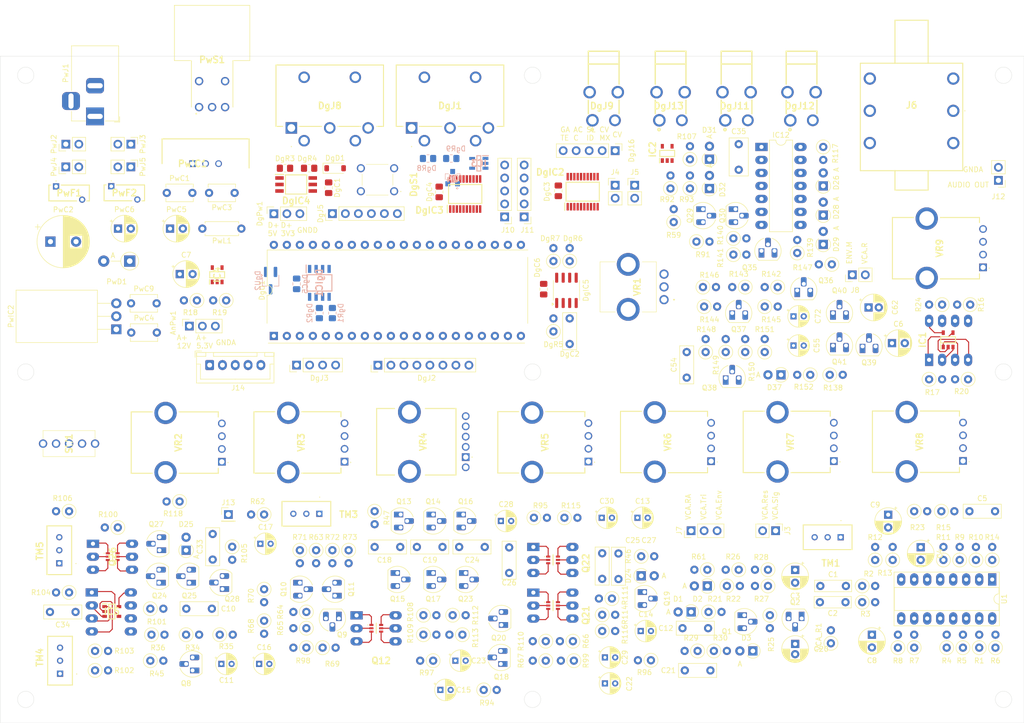
<source format=kicad_pcb>
(kicad_pcb (version 20240108) (generator "pcbnew") (generator_version "8.0")
  (layers (0 "F.Cu" signal) (31 "B.Cu" signal) (34 "B.Paste" user) (35 "F.Paste" user) (36 "B.SilkS" user "B.Silkscreen") (37 "F.SilkS" user "F.Silkscreen") (38 "B.Mask" user) (39 "F.Mask" user) (44 "Edge.Cuts" user))
  (net 0 "")
  (net 1 "GNDA")
  (net 2 "A+12V")
  (net 3 "A+5.333V")
  (net 4 "Net-(C1-Pad2)")
  (net 5 "A+VCA_Signal")
  (net 6 "Net-(C2-Pad2)")
  (net 7 "A+VCA_Resonance")
  (net 8 "Net-(C3-Pad1)")
  (net 9 "Net-(C4-Pad2)")
  (net 10 "VCA_OUT")
  (net 11 "Net-(IC1-+INPUT)")
  (net 12 "Net-(VR9-CCW)")
  (net 13 "Net-(C6-Pad1)")
  (net 14 "Net-(IC4-+INPUT)")
  (net 15 "Net-(C8-Pad1)")
  (net 16 "OVD_OUT")
  (net 17 "Net-(TM1-WIPER)")
  (net 18 "Net-(C10-Pad1)")
  (net 19 "A+VCO_SAW")
  (net 20 "Net-(Q8-E)")
  (net 21 "Net-(Q1-B)")
  (net 22 "Net-(VR4-CW_2)")
  (net 23 "Net-(Q19-E)")
  (net 24 "Net-(C15-Pad1)")
  (net 25 "Net-(C16-Pad1)")
  (net 26 "Net-(Q12-B1)")
  (net 27 "Net-(C17-Pad1)")
  (net 28 "Net-(Q12-C1)")
  (net 29 "Net-(Q12-C2)")
  (net 30 "Net-(Q13-B)")
  (net 31 "Net-(Q15-B)")
  (net 32 "Net-(Q2-B)")
  (net 33 "Net-(C21-Pad2)")
  (net 34 "Net-(C22-Pad1)")
  (net 35 "Net-(C23-Pad1)")
  (net 36 "Net-(Q18-E)")
  (net 37 "Net-(Q14-B)")
  (net 38 "Net-(Q17-B)")
  (net 39 "Net-(Q16-B)")
  (net 40 "Net-(Q21-B2)")
  (net 41 "Net-(Q22-E2)")
  (net 42 "Net-(Q21-B1)")
  (net 43 "Net-(Q19-C)")
  (net 44 "Net-(C29-Pad1)")
  (net 45 "Net-(Q22-B1)")
  (net 46 "Net-(Q25-E)")
  (net 47 "Net-(IC5-OUTPUT)")
  (net 48 "Net-(IC5--INPUT)")
  (net 49 "Net-(C35-Pad1)")
  (net 50 "A+ENV_Trig")
  (net 51 "Net-(C54-Pad1)")
  (net 52 "Net-(Q38-E)")
  (net 53 "Net-(Q41-B)")
  (net 54 "Net-(Q36-B)")
  (net 55 "A+VCA_Env")
  (net 56 "Net-(D1-K)")
  (net 57 "A+VCA_Trig")
  (net 58 "Net-(D2-K)")
  (net 59 "Net-(D3-K)")
  (net 60 "Net-(D3-A)")
  (net 61 "Net-(D24-K)")
  (net 62 "A+VCA-Reso_ACC")
  (net 63 "Net-(D25-K)")
  (net 64 "Net-(D25-A)")
  (net 65 "Net-(D26-A)")
  (net 66 "Net-(D28-K)")
  (net 67 "Net-(D28-A)")
  (net 68 "A+VCO_CV")
  (net 69 "Net-(D37-K)")
  (net 70 "GNDD")
  (net 71 "D+5V")
  (net 72 "Net-(DgIC5A-+)")
  (net 73 "D+3.3V")
  (net 74 "Net-(DgD1-A)")
  (net 75 "Net-(DgD1-K)")
  (net 78 "D_I2C_SCL")
  (net 80 "D_I2C_SDA")
  (net 81 "Net-(DgIC2-A7)")
  (net 82 "A+SyncOut")
  (net 83 "D+SyncOut")
  (net 84 "D+SyncOut_Run{slash}Stop")
  (net 85 "D-ACC")
  (net 86 "Net-(DgIC2-Y7)")
  (net 87 "A+GATE")
  (net 88 "D+SLIDE")
  (net 89 "A+SLIDE")
  (net 90 "Net-(DgIC2-A8)")
  (net 91 "A-ACC")
  (net 92 "A+SyncOut_Run{slash}Stop")
  (net 93 "D+GATE")
  (net 94 "Net-(DgIC2-Y8)")
  (net 95 "Net-(DgIC3-Y8)")
  (net 96 "D+SyncIn_Run{slash}Stop")
  (net 97 "Net-(DgIC3-A5)")
  (net 98 "Net-(DgIC3-A6)")
  (net 99 "D+3.3V_MIDIRX")
  (net 100 "Net-(DgIC3-A7)")
  (net 101 "D+5V_SyncIn")
  (net 102 "D+5V_MIDIRx")
  (net 103 "Net-(DgIC3-Y7)")
  (net 104 "Net-(DgIC3-A4)")
  (net 105 "Net-(DgIC3-Y6)")
  (net 106 "D+5V_SyncIn_Run{slash}Stop")
  (net 107 "Net-(DgIC3-Y4)")
  (net 108 "Net-(DgIC3-Y5)")
  (net 109 "Net-(DgIC3-A8)")
  (net 110 "D+SyncIn")
  (net 112 "Net-(DgIC5B--)")
  (net 113 "A+CV")
  (net 114 "Net-(DgIC5A--)")
  (net 115 "Net-(DgJ3-Pin_3)")
  (net 116 "Net-(DgJ3-Pin_4)")
  (net 117 "D+5V_MIDITX")
  (net 118 "Net-(DgJ5-Pin_5)")
  (net 119 "Net-(DgJ5-Pin_4)")
  (net 120 "Net-(DgJ5-Pin_3)")
  (net 122 "Net-(DgJ8-Pad4)")
  (net 129 "D+CV_PWM")
  (net 130 "Net-(DgS1-N.O._1)")
  (net 131 "Net-(DgJ2-Pin_4)")
  (net 132 "Net-(DgJ2-Pin_1)")
  (net 133 "Net-(DgJ2-Pin_3)")
  (net 134 "Net-(DgJ2-Pin_8)")
  (net 135 "D+VBUS")
  (net 137 "A+TEMPO")
  (net 139 "Net-(DgJ2-Pin_7)")
  (net 140 "Net-(DgJ2-Pin_6)")
  (net 141 "D+VSYS")
  (net 142 "Net-(DgJ2-Pin_5)")
  (net 143 "Net-(DgJ2-Pin_2)")
  (net 144 "Net-(IC1--INPUT)")
  (net 145 "Net-(IC1-OUTPUT)")
  (net 147 "Net-(IC2--INPUT)")
  (net 151 "Net-(Q30-C)")
  (net 152 "A+ENV.MOD")
  (net 153 "Net-(Q29-C)")
  (net 154 "Net-(Q35-C)")
  (net 155 "Net-(VR7-CW)")
  (net 156 "Net-(VR6-CCW)")
  (net 157 "Net-(J12-Pin_1)")
  (net 160 "A+VCO_WAVE")
  (net 161 "D+15VPre")
  (net 162 "A+15V")
  (net 163 "Net-(PwIC1-VOUT)")
  (net 164 "A+15VPre")
  (net 165 "D+15V")
  (net 166 "ADAPTER GND")
  (net 167 "Net-(PwJ1-Pad1)")
  (net 168 "ADAPTER+15V")
  (net 172 "Net-(Q1-C)")
  (net 173 "Net-(Q1-E)")
  (net 174 "Net-(Q2-E)")
  (net 175 "Net-(Q8-B)")
  (net 176 "A+VCO_SQU")
  (net 177 "Net-(Q10-C)")
  (net 178 "Net-(Q9-B)")
  (net 179 "Net-(Q10-E)")
  (net 180 "Net-(Q10-B)")
  (net 181 "Net-(Q11-C)")
  (net 182 "Net-(Q12-B2)")
  (net 183 "Net-(Q12-E1)")
  (net 184 "Net-(Q18-B)")
  (net 185 "Net-(Q19-B)")
  (net 186 "Net-(Q20-C)")
  (net 187 "Net-(Q20-E)")
  (net 188 "Net-(Q20-B)")
  (net 189 "Net-(Q21-C1)")
  (net 190 "Net-(Q24-E)")
  (net 191 "Net-(Q25-C)")
  (net 192 "Net-(Q26-E1)")
  (net 193 "Net-(Q26-B2)")
  (net 194 "Net-(Q29-B)")
  (net 195 "Net-(Q30-B)")
  (net 196 "Net-(Q35-B)")
  (net 197 "Net-(Q36-E)")
  (net 198 "Net-(Q37-B)")
  (net 199 "Net-(Q38-B)")
  (net 200 "Net-(Q40-B)")
  (net 201 "Net-(U1A-+)")
  (net 202 "Net-(U1A--)")
  (net 203 "A+VCA_Control")
  (net 204 "Net-(R6-Pad2)")
  (net 205 "Net-(R7-Pad2)")
  (net 206 "Net-(U1C--)")
  (net 207 "Net-(U1C-+)")
  (net 208 "Net-(R12-Pad2)")
  (net 209 "Net-(TM1-CCW)")
  (net 210 "Net-(R14-Pad1)")
  (net 211 "VAOV_OUT")
  (net 212 "Net-(R26-Pad1)")
  (net 213 "Net-(VR4-CCW_2)")
  (net 214 "Net-(VR3-CCW)")
  (net 215 "Net-(VR5-CCW)")
  (net 216 "Net-(VR5-WIPER)")
  (net 217 "Net-(VR4-WIPER_2)")
  (net 218 "Net-(TM3-CCW)")
  (net 219 "Net-(TM4-WIPER)")
  (net 220 "Net-(TM5-CCW)")
  (net 221 "Net-(VR2-WIPER)")
  (net 222 "Net-(TM3-CW)")
  (net 234 "D+3.3V_MIDITX")
  (net 236 "Net-(DgJ1-Pad4)")
  (net 237 "Net-(DgJ1-Pad5)")
  (net 239 "Net-(Q4-C)")
  (net 241 "Net-(IC3-Y)")
  (footprint "Resistor_THT:R_Axial_DIN0207_L6.3mm_D2.5mm_P2.54mm_Vertical" (layer "F.Cu") (at 69.33 116.165 -90)
    (property "Reference" "R105")
    (property "Value" "10K")
  )
  (footprint "SamacSys_Parts:NJM2125F-SOT95&DIP8" (layer "F.Cu") (at 209.18 75.72 90)
    (property "Reference" "IC1")
    (property "Value" "NJM2125F-TE1_DIP8" (hide yes))
  )
  (footprint "SamacSys_Parts:MJ-8435" (layer "F.Cu") (at 154.97 21.805)
    (property "Reference" "DgJ13")
    (property "Value" "MJ-8435 SYNC OUT" (hide yes))
  )
  (footprint "Resistor_THT:R_Axial_DIN0207_L6.3mm_D2.5mm_P2.54mm_Vertical" (layer "F.Cu") (at 168.275 120.65 180)
    (property "Reference" "R26")
    (property "Value" "2.2K")
  )
  (footprint "Resistor_THT:R_Axial_DIN0207_L6.3mm_D2.5mm_P2.54mm_Vertical" (layer "F.Cu") (at 75.565 124.46 -90)
    (property "Reference" "R70")
    (property "Value" "2.2K")
  )
  (footprint "Resistor_THT:R_Axial_DIN0207_L6.3mm_D2.5mm_P2.54mm_Vertical" (layer "F.Cu") (at 53.34 138.43)
    (property "Reference" "R45")
    (property "Value" "22K")
  )
  (footprint "Package_DIP:DIP-16_W7.62mm_Socket_LongPads" (layer "F.Cu") (at 217.79 122.555 -90)
    (property "Reference" "U1")
    (property "Value" "LM13700")
  )
  (footprint "SamacSys_Parts:3296W1502A" (layer "F.Cu") (at 35.705 140.97)
    (property "Reference" "TM4")
    (property "Value" "50K" (hide yes))
  )
  (footprint "SamacSys_Parts:MJ-8435" (layer "F.Cu") (at 167.85 21.805)
    (property "Reference" "DgJ11")
    (property "Value" "MJ-8435 CV OUT" (hide yes))
  )
  (footprint "Diode_THT:D_A-405_P2.54mm_Vertical_AnodeUp" (layer "F.Cu") (at 176.53 82.55 180)
    (property "Reference" "D37")
    (property "Value" "D")
  )
  (footprint "SamacSys_Parts:3296W1502A" (layer "F.Cu") (at 35.56 119.38)
    (property "Reference" "TM5")
    (property "Value" "5K" (hide yes))
  )
  (footprint "Resistor_THT:R_Axial_DIN0207_L6.3mm_D2.5mm_P2.54mm_Vertical" (layer "F.Cu") (at 165.96 123.825)
    (property "Reference" "R22")
    (property "Value" "100")
  )
  (footprint "Resistor_THT:R_Axial_DIN0207_L6.3mm_D2.5mm_P2.54mm_Vertical" (layer "F.Cu") (at 167.23 55.88)
    (property "Reference" "R140")
    (property "Value" "100K")
  )
  (footprint "Resistor_THT:R_Axial_DIN0207_L6.3mm_D2.5mm_P2.54mm_Vertical" (layer "F.Cu") (at 92.075 116.84 -90)
    (property "Reference" "R73")
    (property "Value" "100K")
  )
  (footprint "SamacSys_Parts:RK09D117000B" (layer "F.Cu") (at 153.685 67.865 90)
    (property "Reference" "VR1")
    (property "Value" "RK09D117000B" (hide yes))
  )
  (footprint "Resistor_THT:R_Axial_DIN0207_L6.3mm_D2.5mm_P2.54mm_Vertical" (layer "F.Cu") (at 158.75 46.13 90)
    (property "Reference" "R93")
    (property "Value" "100K")
  )
  (footprint "Resistor_THT:R_Axial_DIN0207_L6.3mm_D2.5mm_P2.54mm_Vertical" (layer "F.Cu") (at 106.68 133.35)
    (property "Reference" "R109")
    (property "Value" "10K")
  )
  (footprint "Package_TO_SOT_THT:TO-92_HandSolder" (layer "F.Cu") (at 165.735 83.185)
    (property "Reference" "Q38")
    (property "Value" "PNP")
  )
  (footprint "Resistor_THT:R_Axial_DIN0207_L6.3mm_D2.5mm_P2.54mm_Vertical" (layer "F.Cu") (at 182.245 82.55 180)
    (property "Reference" "R152")
    (property "Value" "100")
  )
  (footprint "Capacitor_THT:CP_Radial_D4.0mm_P2.00mm" (layer "F.Cu") (at 112.935 138.43)
    (property "Reference" "C23")
    (property "Value" "1uF/50V")
  )
  (footprint "Capacitor_THT:C_Rect_L7.2mm_W2.5mm_P5.00mm_FKS2_FKP2_MKS2_MKP2" (layer "F.Cu") (at 141.605 117.435 -90)
    (property "Reference" "C25")
    (property "Value" "0.1uF")
  )
  (footprint "Resistor_THT:R_Axial_DIN0207_L6.3mm_D2.5mm_P2.54mm_Vertical" (layer "F.Cu") (at 83.82 128.905 180)
    (property "Reference" "R64")
    (property "Value" "10K")
  )
  (footprint "Resistor_THT:R_Axial_DIN0207_L6.3mm_D2.5mm_P2.54mm_Vertical" (layer "F.Cu") (at 66.9 133.35)
    (property "Reference" "R35")
    (property "Value" "100K")
  )
  (footprint "Capacitor_THT:C_Rect_L7.2mm_W2.5mm_P5.00mm_FKS2_FKP2_MKS2_MKP2" (layer "F.Cu") (at 38.735 128.905 180)
    (property "Reference" "C34")
    (property "Value" "0.001uF")
  )
  (footprint "Capacitor_THT:CP_Radial_D5.0mm_P2.00mm" (layer "F.Cu") (at 179.295 135.16 -90)
    (property "Reference" "C20")
    (property "Value" "1uF/50V")
  )
  (footprint "SamacSys_Parts:NJM2125F-SOT95&DIP8" (layer "F.Cu") (at 45.81 128.815)
    (property "Reference" "IC5")
    (property "Value" "NJM2125F-TE1_DIP8" (hide yes))
  )
  (footprint "Resistor_THT:R_Axial_DIN0207_L6.3mm_D2.5mm_P2.54mm_Vertical" (layer "F.Cu") (at 198.345 118.745 90)
    (property "Reference" "R13")
    (property "Value" "5K")
  )
  (footprint "Capacitor_THT:CP_Radial_D4.0mm_P2.00mm" (layer "F.Cu") (at 178.975 71.12)
    (property "Reference" "C72")
    (property "Value" "10uF/16V")
  )
  (footprint "Resistor_THT:R_Axial_DIN0207_L6.3mm_D2.5mm_P2.54mm_Vertical" (layer "F.Cu") (at 53.565 133.35)
    (property "Reference" "R36")
    (property "Value" "10K")
  )
  (footprint "Resistor_THT:R_Axial_DIN0207_L6.3mm_D2.5mm_P2.54mm_Vertical" (layer "F.Cu") (at 217.79 118.745 90)
    (property "Reference" "R14")
    (property "Value" "10K")
  )
  (footprint "Resistor_THT:R_Axial_DIN0207_L6.3mm_D2.5mm_P2.54mm_Vertical" (layer "F.Cu") (at 160.02 56.515)
    (property "Reference" "R91")
    (property "Value" "1M")
  )
  (footprint "Resistor_THT:R_Axial_DIN0207_L6.3mm_D2.5mm_P2.54mm_Vertical" (layer "F.Cu") (at 214.615 118.745 90)
    (property "Reference" "R10")
    (property "Value" "510")
  )
  (footprint "Capacitor_THT:C_Rect_L7.0mm_W2.5mm_P5.00mm" (layer "F.Cu") (at 135.255 76.53 90)
    (property "Reference" "DgC2")
    (property "Value" "0.047uF")
  )
  (footprint "Resistor_THT:R_Axial_DIN0207_L6.3mm_D2.5mm_P2.54mm_Vertical" (layer "F.Cu") (at 186.055 82.55)
    (property "Reference" "R138")
    (property "Value" "68K")
  )
  (footprint "SamacSys_Parts:SOT95P280X130-5N" (layer "F.Cu") (at 66.395 62.995 90)
    (property "Reference" "IC4")
    (property "Value" "NJM2125F-TE1" (hide yes))
  )
  (footprint "Connector_PinHeader_2.54mm:PinHeader_1x01_P2.54mm_Vertical" (layer "F.Cu") (at 68.58 109.855)
    (property "Reference" "J13")
    (property "Value" "Conn_01x01_Pin")
  )
  (footprint "Connector_PinHeader_2.54mm:PinHeader_1x02_P2.54mm_Vertical" (layer "F.Cu") (at 190.46 63 90)
    (property "Reference" "J8")
    (property "Value" "Conn_01x02_Pin")
  )
  (footprint "Package_TO_SOT_THT:TO-92_HandSolder" (layer "F.Cu") (at 82.55 123.19 -90)
    (property "Reference" "Q10")
    (property "Value" "PNP")
  )
  (footprint "Capacitor_THT:C_Rect_L7.2mm_W2.5mm_P5.00mm_FKS2_FKP2_MKS2_MKP2" (layer "F.Cu") (at 105.41 116.205)
    (property "Reference" "C19")
    (property "Value" "0.033uF")
  )
  (footprint "SamacSys_Parts:3296W1502A" (layer "F.Cu") (at 188.185 114.3 90)
    (property "Reference" "TM1")
    (property "Value" "10K" (hide yes))
  )
  (footprint "Resistor_THT:R_Axial_DIN0207_L6.3mm_D2.5mm_P2.54mm_Vertical" (layer "F.Cu") (at 42.545 136.525)
    (property "Reference" "R103")
    (property "Value" "220K")
  )
  (footprint "Resistor_THT:R_Axial_DIN0207_L6.3mm_D2.5mm_P2.54mm_Vertical" (layer "F.Cu") (at 199.375 135.89 90)
    (property "Reference" "R8")
    (property "Value" "5K")
  )
  (footprint "Package_TO_SOT_THT:TO-92_HandSolder" (layer "F.Cu") (at 114.935 121.285 -90)
    (property "Reference" "Q23")
    (property "Value" "NPN")
  )
  (footprint "SamacSys_Parts:2MS1T1B4VS2QES" (layer "F.Cu") (at 34.925 96 90)
    (property "Reference" "SW1")
    (property "Value" "2MS1T1B4VS2QES" (hide yes))
  )
  (footprint "Connector_PinHeader_2.54mm:PinHeader_1x02_P2.54mm_Vertical" (layer "F.Cu") (at 144.145 45.483)
    (property "Reference" "J4")
    (property "Value" "Conn_01x02")
  )
  (footprint "Capacitor_THT:C_Rect_L7.2mm_W2.5mm_P5.00mm_FKS2_FKP2_MKS2_MKP2" (layer "F.Cu") (at 123.432599 116.285 -90)
    (property "Reference" "C26")
    (property "Value" "0.033uF")
  )
  (footprint "Resistor_THT:R_Axial_DIN0207_L6.3mm_D2.5mm_P2.54mm_Vertical" (layer "F.Cu") (at 135.255 60.325 90)
    (property "Reference" "DgR6")
    (property "Value" "10K")
  )
  (footprint "Resistor_SMD:R_0805_2012Metric_Pad1.20x1.40mm_HandSolder" (layer "F.Cu") (at 84.36 42.17)
    (property "Reference" "DgR4")
    (property "Value" "220")
  )
  (footprint "Capacitor_THT:CP_Radial_D5.0mm_P2.50mm" (layer "F.Cu") (at 47.03 53.975)
    (property "Reference" "PwC6")
    (property "Value" "100uF/25V")
  )
  (footprint "Diode_THT:D_DO-41_SOD81_P5.08mm_Vertical_AnodeUp" (layer "F.Cu") (at 49.312183 60.325 180)
    (property "Reference" "PwD1")
    (property "Value" "SBM245L")
  )
  (footprint "Resistor_THT:R_Axial_DIN0207_L6.3mm_D2.5mm_P2.54mm_Vertical" (layer "F.Cu") (at 141.605 129.46)
    (property "Reference" "R114")
    (property "Value" "100K")
  )
  (footprint "Capacitor_THT:C_Disc_D5.1mm_W3.2mm_P5.00mm" (layer "F.Cu") (at 69.81 46.99 180)
    (property "Reference" "PwC3")
    (property "Value" "10uF")
  )
  (footprint "Capacitor_THT:C_Disc_D5.1mm_W3.2mm_P5.00mm" (layer "F.Cu") (at 49.57 68.58)
    (property "Reference" "PwC9")
    (property "Value" "0.1uF")
  )
  (footprint "Package_DIP:DIP-14_W7.62mm_LongPads" (layer "F.Cu") (at 172.72 38.005)
    (property "Reference" "IC12")
    (property "Value" "4066")
  )
  (footprint "Resistor_THT:R_Axial_DIN0207_L6.3mm_D2.5mm_P2.54mm_Vertical" (layer "F.Cu") (at 85.725 116.84 -90)
    (property "Reference" "R63")
    (property "Value" "220K")
  )
  (footprint "Connector_PinHeader_2.54mm:PinHeader_1x05_P2.54mm_Vertical" (layer "F.Cu") (at 126.365 51.695 180)
    (property "Reference" "J11")
    (property "Value" "Conn_01x05")
  )
  (footprint "SamacSys_Parts:HN1C01FUGRLF_SOT23&DIP8" (layer "F.Cu") (at 132.007599 127.65 -90)
    (property "Reference" "Q21")
    (property "Value" "HN1C01FU-GR,LF" (hide yes))
  )
  (footprint "Resistor_THT:R_Axial_DIN0207_L6.3mm_D2.5mm_P2.54mm_Vertical" (layer "F.Cu") (at 143.51 126.285 180)
    (property "Reference" "R111")
    (property "Value" "22K")
  )
  (footprint "Capacitor_SMD:C_0805_2012Metric_Pad1.18x1.45mm_HandSolder" (layer "F.Cu") (at 130.175 65.8075 -90)
    (property "Reference" "DgC6")
    (property "Value" "0.1uF")
  )
  (footprint "Package_TO_SOT_THT:TO-92_HandSolder" (layer "F.Cu") (at 167.64 50.165 -90)
    (property "Reference" "Q30")
    (property "Value" "NPN")
  )
  (footprint "Capacitor_THT:C_Rect_L7.0mm_W2.0mm_P5.00mm" (layer "F.Cu") (at 184.215 123.825)
    (property "Reference" "C1")
    (property "Value" "0.01uF")
  )
  (footprint "Resistor_THT:R_Axial_DIN0207_L6.3mm_D2.5mm_P2.54mm_Vertical" (layer "F.Cu") (at 174.36 129.54 -90)
    (property "Reference" "R25")
    (property "Value" "100")
  )
  (footprint "Diode_THT:D_A-405_P2.54mm_Vertical_AnodeUp" (layer "F.Cu") (at 162.15 123.825 180)
    (property "Reference" "D2")
    (property "Value" "D")
  )
  (footprint "Resistor_THT:R_Axial_DIN0207_L6.3mm_D2.5mm_P2.54mm_Vertical" (layer "F.Cu") (at 213.49 68.825 180)
    (property "Reference" "R16")
    (property "Value" "10K")
  )
  (footprint "Resistor_THT:R_Axial_DIN0207_L6.3mm_D2.5mm_P2.54mm_Vertical" (layer "F.Cu") (at 135.89 134.62 180)
    (property "Reference" "R66")
    (property "Value" "100K")
  )
  (footprint "Resistor_THT:R_Axial_DIN0207_L6.3mm_D2.5mm_P2.54mm_Vertical" (layer "F.Cu") (at 46.99 112.395 180)
    (property "Reference" "R100")
    (property "Value" "1K(TEMPCO)")
  )
  (footprint "Package_TO_SOT_THT:TO-92_HandSolder" (layer "F.Cu") (at 121.805 139.065 90)
    (property "Reference" "Q18")
    (property "Value" "NPN")
  )
  (footprint "Package_TO_SOT_THT:TO-92_HandSolder" (layer "F.Cu") (at 61.595 140.335 90)
    (property "Reference" "Q8")
    (property "Value" "PNP")
  )
  (footprint "Capacitor_THT:CP_Radial_D4.0mm_P2.00mm" (layer "F.Cu") (at 110 144.145)
    (property "Reference" "C15")
    (property "Value" "1uF/50V")
  )
  (footprint "Package_TO_SOT_THT:TO-92_HandSolder" (layer "F.Cu") (at 90.17 130.175 180)
    (property "Reference" "Q9")
    (property "Value" "PNP")
  )
  (footprint "Connector_PinHeader_2.54mm:PinHeader_1x02_P2.54mm_Vertical" (layer "F.Cu") (at 219 44.54 180)
    (property "Reference" "J12")
    (property "Value" "Conn_01x02")
  )
  (footprint "Capacitor_THT:CP_Radial_D4.0mm_P2.00mm" (layer "F.Cu") (at 141.51 110.49)
    (property "Reference" "C30")
    (property "Value" "10uF/16V")
  )
  (footprint "SamacSys_Parts:SOIC127P700X230-6N" (layer "F.Cu") (at 81.82 45.345)
    (property "Reference" "DgIC4")
    (property "Value" "TLP2304_TPR,E" (hide yes))
  )
  (footprint "Resistor_THT:R_Axial_DIN0207_L6.3mm_D2.5mm_P2.54mm_Vertical" (layer "F.Cu") (at 169.545 78.105 90)
    (property "Reference" "R150")
    (property "Value" "22")
  )
  (footprint "Diode_THT:D_A-405_P2.54mm_Vertical_AnodeUp" (layer "F.Cu") (at 184.785 51.34 90)
    (property "Reference" "D28")
    (property "Value" "D")
  )
  (footprint "Resistor_THT:R_Axial_DIN0207_L6.3mm_D2.5mm_P2.54mm_Vertical" (layer "F.Cu") (at 83.82 135.89 180)
    (property "Reference" "R98")
    (property "Value" "2.2K")
  )
  (footprint "Capacitor_THT:C_Rect_L7.2mm_W2.5mm_P5.00mm_FKS2_FKP2_MKS2_MKP2" (layer "F.Cu") (at 158.115 83.105 90)
    (property "Reference" "C54")
    (property "Value" "0.047uF")
  )
  (footprint "Connector_JST:JST_XH_B5B-XH-A_1x05_P2.50mm_Vertical" (layer "F.Cu") (at 64.93 80.645)
    (property "Reference" "J14")
    (property "Value" "Conn_01x05")
  )
  (footprint "Connector_PinHeader_2.54mm:PinHeader_1x02_P2.54mm_Vertical" (layer "F.Cu") (at 147.955 45.483)
    (property "Reference" "J5")
    (property "Value" "Conn_01x02")
  )
  (footprint "SamacSys_Parts:MJ-8435" (layer "F.Cu") (at 141.9 21.805)
    (property "Reference" "DgJ9")
    (property "Value" "MJ-8435 SYNC IN" (hide yes))
  )
  (footprint "Connector_PinHeader_2.54mm:PinHeader_1x02_P2.54mm_Vertical" (layer "F.Cu") (at 36.83 37.465 90)
    (property "Reference" "PwJ2")
    (property "Value" "Conn_01x02_Pin")
  )
  (footprint "Capacitor_THT:C_Rect_L7.2mm_W2.5mm_P5.00mm_FKS2_FKP2_MKS2_MKP2" (layer "F.Cu") (at 65.52 118.665 90)
    (property "Reference" "C33")
    (property "Value" "0.01uF")
  )
  (footprint "Capacitor_THT:CP_Radial_D4.0mm_P2.00mm" (layer "F.Cu") (at 149.13 132.635)
    (property "Reference" "C14")
    (property "Value" "1uF/50V")
  )
  (footprint "Capacitor_THT:CP_Radial_D5.0mm_P2.50mm" (layer "F.Cu") (at 59.095 62.865)
    (property "Reference" "C7")
    (property "Value" "2.2uF/25V")
  )
  (footprint "Resistor_THT:R_Axial_DIN0207_L6.3mm_D2.5mm_P2.54mm_Vertical" (layer "F.Cu") (at 154.94 46.13 90)
    (property "Reference" "R92")
    (property "Value" "100K")
  )
  (footprint "Resistor_THT:R_Axial_DIN0207_L6.3mm_D2.5mm_P2.54mm_Vertical" (layer "F.Cu") (at 218.425 135.89 90)
    (property "Reference" "R6")
    (property "Value" "47K")
  )
  (footprint "Connector_PinHeader_2.54mm:PinHeader_1x02_P2.54mm_Vertical" (layer "F.Cu") (at 49.53 37.465 -90)
    (property "Reference" "PwJ3")
    (property "Value" "Conn_01x02_Pin")
  )
  (footprint "Resistor_THT:R_Axial_DIN0207_L6.3mm_D2.5mm_P2.54mm_Vertical" (layer "F.Cu") (at 136.075 138.43 180)
    (property "Reference" "R99")
    (property "Value" "100K")
  )
  (footprint "SamacSys_Parts:SOP65P640X120-20N" (layer "F.Cu") (at 114.845 47.205 90)
    (property "Reference" "DgIC3")
    (property "Value" "74VHC541FT" (hide yes))
  )
  (footprint "Capacitor_THT:CP_Radial_D5.0mm_P2.50mm" (layer "F.Cu") (at 197.47 109.895 -90)
    (property "Reference" "C9")
    (property "Value" "1uF/25V")
  )
  (footprint "Resistor_THT:R_Axial_DIN0207_L6.3mm_D2.5mm_P2.54mm_Vertical" (layer "F.Cu") (at 114.3 133.35 180)
    (property "Reference" "R113")
    (property "Value" "100K")
  )
  (footprint "Resistor_THT:R_Axial_DIN0207_L6.3mm_D2.5mm_P2.54mm_Vertical" (layer "F.Cu") (at 155.575 52.705 90)
    (property "Reference" "R59")
    (property "Value" "100K")
  )
  (footprint "SamacSys_Parts:HN1C01FUGRLF_SOT23&DIP8" (layer "F.Cu") (at 97.475 132.095 -90)
    (property "Reference" "Q12")
    (property "Value" "HN1C01FU-GR,LF" (hide yes))
  )
  (footprint "Resistor_THT:R_Axial_DIN0207_L6.3mm_D2.5mm_P2.54mm_Vertical" (layer "F.Cu") (at 173.99 120.65 180)
    (property "Reference" "R28")
    (property "Value" "220K")
  )
  (footprint "Capacitor_THT:CP_Radial_D5.0mm_P2.50mm" (layer "F.Cu") (at 179.295 120.69 -90)
    (property "Reference" "C3")
    (property "Value" "10uF/25V")
  )
  (footprint "Resistor_THT:R_Axial_DIN0207_L6.3mm_D2.5mm_P2.54mm_Vertical" (layer "F.Cu") (at 60.325 133.35)
    (property "Reference" "R34")
    (property "Value" "10K")
  )
  (footprint "SamacSys_Parts:MFR050" (layer "F.Cu") (at 34.925 45.72)
    (property "Reference" "PwF1")
    (property "Value" "MF-R050" (hide yes))
  )
  (footprint "Package_TO_SOT_THT:TO-92_HandSolder" (layer "F.Cu") (at 55.055 123.19 90)
    (property "Reference" "Q24")
    (property "Value" "NPN")
  )
  (footprint "Diode_THT:D_A-405_P2.54mm_Vertical_AnodeUp" (layer "F.Cu") (at 184.785 45.625 90)
    (property "Reference" "D26")
    (property "Value" "D")
  )
  (footprint "Resistor_THT:R_Axial_DIN0207_L6.3mm_D2.5mm_P2.54mm_Vertical" (layer "F.Cu") (at 179.705 58.735 90)
    (property "Reference" "R139")
    (property "Value" "100K")
  )
  (footprint "Connector_PinSocket_2.54mm:PinSocket_1x03_P2.54mm_Vertical" (layer "F.Cu") (at 60.96 73.025 90)
    (property "Reference" "AnPw1")
    (property "Value" "AnPw")
  )
  (footprint "Diode_THT:D_A-405_P2.54mm_Vertical_AnodeUp" (layer "F.Cu") (at 158.975 128.905 180)
    (property "Reference" "D1")
    (property "Value" "D")
  )
  (footprint "Resistor_THT:R_Axial_DIN0207_L6.3mm_D2.5mm_P2.54mm_Vertical" (layer "F.Cu") (at 175.895 65.405 180)
    (property "Reference" "R142")
    (property "Value" "10K")
  )
  (footprint "SamacSys_Parts:KDJ035" (layer "F.Cu") (at 104.38 34.29)
    (property "Reference" "DgJ1")
    (property "Value" "KDJ03-5 MIDIOUT" (hide yes))
  )
  (footprint "Capacitor_THT:CP_Radial_D5.0mm_P2.50mm" (layer "F.Cu") (at 194.295 133.35 -90)
    (property "Reference" "C8")
    (property "Value" "1uF/25V")
  )
  (footprint "Capacitor_THT:CP_Radial_D4.0mm_P2.00mm" (layer "F.Cu") (at 142.145 137.795)
    (property "Reference" "C29")
    (property "Value" "1uF/50V")
  )
  (footprint "Capacitor_THT:CP_Radial_D5.0mm_P2.50mm" (layer "F.Cu") (at 203.82 116.245 -90)
    (property "Reference" "C4")
    (property "Value" "10uF/25V")
  )
  (footprint "Package_TO_SOT_THT:TO-92_HandSolder" (layer "F.Cu") (at 172.72 58.325)
    (property "Reference" "Q35")
    (property "Value" "NPN")
  )
  (footprint "Resistor_THT:R_Axial_DIN0207_L6.3mm_D2.5mm_P2.54mm_Vertical" (layer "F.Cu") (at 86.995 135.89)
    (property "Reference" "R69")
    (property "Value" "2.2K")
  )
  (footprint "Package_TO_SOT_THT:TO-92_HandSolder" (layer "F.Cu") (at 108.585 109.855 -90)
    (property "Reference" "Q14")
    (property "Value" "NPN")
  )
  (footprint "Capacitor_THT:CP_Radial_D4.0mm_P2.00mm" (layer "F.Cu") (at 148.495 110.49)
    (property "Reference" "C13")
    (property "Value" "1uF/50V")
  )
  (footprint "SamacSys_Parts:4MS1R202M6QES" (layer "F.Cu") (at 62.865 30.225 180)
    (property "Reference" "PwS1")
    (property "Value" "4MS1R202M6QES" (hide yes))
  )
  (footprint "Package_TO_SOT_THT:TO-92_HandSolder" (layer "F.Cu") (at 67.425 124.42 90)
    (property "Reference" "Q28")
    (property "Value" "NJFET")
  )
  (footprint "Resistor_THT:R_Axial_DIN0207_L6.3mm_D2.5mm_P2.54mm_Vertical" (layer "F.Cu") (at 149.225 118.03)
    (property "Reference" "R46")
    (property "Value" "47K")
  )
  (footprint "Resistor_THT:R_Axial_DIN0207_L6.3mm_D2.5mm_P2.54mm_Vertical" (layer "F.Cu") (at 205.46 83.43)
    (property "Reference" "R17")
    (property "Value" "100")
  )
  (footprint "Diode_THT:D_A-405_P2.54mm_Vertical_AnodeUp" (layer "F.Cu") (at 184.785 57.055 90)
    (property "Reference" "D29")
    (property "Value" "D")
  )
  (footprint "Resistor_THT:R_Axial_DIN0207_L6.3mm_D2.5mm_P2.54mm_Vertical" (layer "F.Cu") (at 184.785 38.005 -90)
    (property "Reference" "R117")
    (property "Value" "22K")
  )
  (footprint "Connector_PinHeader_2.54mm:PinHeader_1x05_P2.54mm_Vertical" (layer "F.Cu") (at 144.145 38.735 -90)
    (property "Reference" "DgJ16")
    (property "Value" "Conn_01x05")
  )
  (footprint "Resistor_THT:R_Axial_DIN0207_L6.3mm_D2.5mm_P2.54mm_Vertical" (layer "F.Cu") (at 162.15 120.65 180)
    (property "Reference" "R61")
    (property "Value" "10K")
  )
  (footprint "Package_TO_SOT_THT:TO-92_HandSolder" (layer "F.Cu") (at 192.46 77)
    (property "Reference" "Q39")
    (property "Value" "NJFET")
  )
  (footprint "Resistor_THT:R_Axial_DIN0207_L6.3mm_D2.5mm_P2.54mm_Vertical" (layer "F.Cu") (at 75.565 109.855 180)
    (property "Reference" "R62")
    (property "Value" "220K")
  )
  (footprint "SamacSys_Parts:PTV1113420AA103" (layer "F.Cu") (at 67.31 99.55 90)
    (property "Reference" "VR2")
    (property "Value" "50K(B)" (hide yes))
  )
  (footprint "Connector_PinHeader_2.54mm:PinHeader_1x05_P2.54mm_Vertical" (layer "F.Cu") (at 122.555 51.695 180)
    (property "Reference" "J10")
    (property "Value" "Conn_01x05")
  )
  (footprint "SamacSys_Parts:PTV1124420AA504" (layer "F.Cu") (at 114.946666 98.635 90)
    (property "Reference" "VR4")
    (property "Value" "50K(B)2連" (hide yes))
  )
  (footprint "Resistor_THT:R_Axial_DIN0207_L6.3mm_D2.5mm_P2.54mm_Vertical" (layer "F.Cu") (at 208 68.825 180)
    (property "Reference" "R24")
    (property "Value" "100K")
  )
  (footprint "Capacitor_SMD:C_0805_2012Metric_Pad1.18x1.45mm_HandSolder" (layer "F.Cu") (at 88.17 45.98 -90)
    (property "Reference" "DgC1")
    (property "Value" "0.1uF")
  )
  (footprint "SamacSys_Parts:MJ462" (layer "F.Cu") (at 210.185 30.945 180)
    (property "Reference" "J6")
    (property "Value" "MJ-462" (hide yes))
  )
  (footprint "Resistor_THT:R_Axial_DIN0207_L6.3mm_D2.5mm_P2.54mm_Vertical" (layer "F.Cu") (at 62.44 68.005 180)
    (property "Reference" "R18")
    (property "Value" "30K")
  )
  (footprint "Connector_PinHeader_2.54mm:PinHeader_1x02_P2.54mm_Vertical" (layer "F.Cu") (at 36.825 41.91 90)
    (property "Reference" "PwJ4")
    (property "Value" "Conn_01x02_Pin")
  )
  (footprint "Resistor_THT:R_Axial_DIN0207_L6.3mm_D2.5mm_P2.54mm_Vertical" (layer "F.Cu") (at 167.23 59.055)
    (property "Reference" "R141")
    (property "Value" "100K")
  )
  (footprint "Resistor_THT:R_Axial_DIN0207_L6.3mm_D2.5mm_P2.54mm_Vertical" (layer "F.Cu") (at 82.55 116.84 -90)
    (property "Reference" "R71")
    (property "Value" "2.2K")
  )
  (footprint "Connector_PinHeader_2.54mm:PinHeader_1x02_P2.54mm_Vertical" (layer "F.Cu") (at 175.485 113.03 -90)
    (property "Reference" "J3")
    (property "Value" "Conn_01x02_Pin")
  )
  (footprint "Capacitor_THT:CP_Radial_D4.0mm_P2.00mm" (layer "F.Cu") (at 178.975 76.835)
    (property "Reference" "C55")
    (property "Value" "47uF/16V")
  )
  (footprint "Package_SO:SOIC-8_3.9x4.9mm_P1.27mm" (layer "F.Cu") (at 134.62 66.04 90)
    (property "Reference" "DgIC5")
    (property "Value" "LM358")
  )
  (footprint "SamacSys_Parts:PTV1113420AA103" (layer "F.Cu") (at 212.09 99.38 90)
    (property "Reference" "VR8")
    (property "Value" "50K(B)" (hide yes))
  )
  (footprint "Package_TO_SOT_THT:TO-92_HandSolder" (layer "F.Cu") (at 89.42 125.73 90)
    (property "Reference" "Q11")
    (property "Value" "NPN")
  )
  (footprint "Resistor_THT:R_Axial_DIN0207_L6.3mm_D2.5mm_P2.54mm_Vertical" (layer "F.Cu") (at 161.81 78.105 90)
    (property "Reference" "R148")
    (property "Value" "10K")
  )
  (footprint "Resistor_THT:R_Axial_DIN0207_L6.3mm_D2.5mm_P2.54mm_Vertical" (layer "F.Cu") (at 173.355 78.105 90)
    (property "Reference" "R151")
    (property "Value" "22K")
  )
  (footprint "Resistor_THT:R_Axial_DIN0207_L6.3mm_D2.5mm_P2.54mm_Vertical" (layer "F.Cu") (at 202.55 135.89 90)
    (property "Reference" "R7")
    (property "Value" "33K")
  )
  (footprint "SamacSys_Parts:PTV1113420AA103" (layer "F.Cu") (at 186.851665 99.4125 90)
    (property "Reference" "VR7")
    (property "Value" "50K(B)" (hide yes))
  )
  (footprint "SamacSys_Parts:SOT95P280X130-5N" (layer "F.Cu") (at 154.305 39.275 90)
    (property "Reference" "IC2")
    (property "Value" "NJM2125F-TE1" (hide yes))
  )
  (footprint "Capacitor_THT:CP_Radial_D4.0mm_P2.00mm" (layer "F.Cu") (at 74.835 115.57)
    (property "Reference" "C17")
    (property "Value" "1uF/50V")
  )
  (footprint "Connector_PinSocket_2.54mm:PinSocket_1x03_P2.54mm_Vertical" (layer "F.Cu") (at 77.47 51.06 90)
    (property "Reference" "DgPw1")
    (property "Value" "DgPw")
  )
  (footprint "Capacitor_THT:CP_Radial_D5.0mm_P2.50mm" (layer "F.Cu") (at 57.19 53.975)
    (property "Reference" "PwC5")
    (property "Value" "470uF/25V")
  )
  (footprint "Resistor_THT:R_Axial_DIN0207_L6.3mm_D2.5mm_P2.54mm_Vertical" (layer "F.Cu") (at 161.515 69.215)
    (property "Reference" "R144")
    (property "Value" "10K")
  )
  (footprint "Resistor_THT:R_Axial_DIN0207_L6.3mm_D2.5mm_P2.54mm_Vertical" (layer "F.Cu") (at 211.44 118.745 90)
    (property "Reference" "R9")
    (property "Value" "510")
  )
  (footprint "Capacitor_THT:C_Rect_L7.2mm_W2.5mm_P5.00mm_FKS2_FKP2_MKS2_MKP2" (layer "F.Cu") (at 213.345 109.22)
    (property "Reference" "C5")
    (property "Value" "0.01uF")
  )
  (footprint "Connector_PinHeader_2.54mm:PinHeader_1x08_P2.54mm_Vertical" (layer "F.Cu") (at 97.79 80.665 90)
    (property "Reference" "DgJ2")
    (property "Value" "Conn_01x08")
  )
  (footprint "Resistor_THT:R_Axial_DIN0207_L6.3mm_D2.5mm_P2.54mm_Vertical" (layer "F.Cu") (at 169.545 65.405 180)
    (property "Reference" "R143")
    (property "Value" "10K")
  )
  (footprint "Resistor_THT:R_Axial_DIN0207_L6.3mm_D2.5mm_P2.54mm_Vertical" (layer "F.Cu") (at 132.08 60.325 90)
    (property "Reference" "DgR7")
    (property "Value" "5.1K")
  )
  (footprint "Capacitor_THT:CP_Radial_D4.0mm_P2.00mm" (layer "F.Cu") (at 142.145 142.875)
    (property "Reference" "C22")
    (property "Value" "1uF/50V")
  )
  (footprint "Resistor_THT:R_Axial_DIN0207_L6.3mm_D2.5mm_P7.62mm_Horizontal" (layer "F.Cu") (at 71.12 53.975 180)
    (property "Reference" "PwL1")
    (property "Value" "4.7uh/0.5A")
  )
  (footprint "SamacSys_Parts:TO254P570X1700X1780-3P" (layer "F.Cu") (at 61.595 41.275)
    (property "Reference" "PwIC1")
    (property "Value" "BP5293-50" (hide yes))
  )
  (footprint "Resistor_THT:R_Axial_DIN0207_L6.3mm_D2.5mm_P2.54mm_Vertical" (layer "F.Cu") (at 215.25 135.89 90)
    (property "Reference" "R1")
    (property "Value" "2.2K")
  )
  (footprint "SamacSys_Parts:HN1C01FUGRLF_SOT23&DIP8" (layer "F.Cu") (at 45.985 118.095 -90)
    (property "Reference" "Q26")
    (property "Value" "HN1C01FU-GR,LF" (hide yes))
  )
  (footprint "Resistor_THT:R_Axial_DIN0207_L6.3mm_D2.5mm_P2.54mm_Vertical" (layer "F.Cu") (at 37.465 125.095 180)
    (property "Reference" "R104")
    (property "Value" "2.2K")
  )
  (footprint "Capacitor_THT:CP_Radial_D4.0mm_P2.00mm" (layer "F.Cu") (at 74.592401 139.065)
    (property "Reference" "C16")
    (property "Value" "10uF/16V")
  )
  (footprint "Resistor_THT:R_Axial_DIN0207_L6.3mm_D2.5mm_P2.54mm_Vertical" (layer "F.Cu") (at 118.46 144.145)
    (property "Reference" "R94")
    (property "Value" "10K")
  )
  (footprint "Capacitor_THT:C_Rect_L7.2mm_W2.5mm_P5.00mm_FKS2_FKP2_MKS2_MKP2" (layer "F.Cu") (at 113.665 116.205)
    (property "Reference" "C24")
    (property "Value" "0.033uF")
  )
  (footprint "Resistor_THT:R_Axial_DIN0207_L6.3mm_D2.5mm_P2.54mm_Vertical" (layer "F.Cu") (at 212.075 135.89 90)
    (property "Reference" "R5")
    (property "Value" "2.2K")
  )
  (footprint "Resistor_THT:R_Axial_DIN0207_L6.3mm_D2.5mm_P2.54mm_Vertical" (layer "F.Cu") (at 194.93 118.745 90)
    (property "Reference" "R12")
    (property "Value" "33K")
  )
  (footprint "Resistor_THT:R_Axial_DIN0207_L6.3mm_D2.5mm_P2.54mm_Vertical" (layer "F.Cu") (at 208.265 118.745 90)
    (property "Reference" "R11")
    (property "Value" "100")
  )
  (footprint "Resistor_THT:R_Axial_DIN0207_L6.3mm_D2.5mm_P2.54mm_Vertical" (layer "F.Cu") (at 130.585 138.43 180)
    (property "Reference" "R67")
    (property "Value" "2.2K")
  )
  (footprint "Resistor_THT:R_Axial_DIN0207_L6.3mm_D2.5mm_P2.54mm_Vertical" (layer "F.Cu") (at 75.565 130.625 -90)
    (property "Reference" "R68")
    (property "Value" "2.2K")
  )
  (footprint "Package_TO_SOT_THT:TO-92_HandSolder" (layer "F.Cu") (at 108.585 121.285 -90)
    (property "Reference" "Q17")
    (property "Value" "NPN")
  )
  (footprint "Resistor_THT:R_Axial_DIN0207_L6.3mm_D2.5mm_P2.54mm_Vertical" (layer "F.Cu") (at 37.465 109.22 180)
    (property "Reference" "R106")
    (property "Value" "27K")
  )
  (footprint "Diode_THT:D_A-405_P2.54mm_Vertical_AnodeUp" (layer "F.Cu") (at 149.225 121.84)
    (property "Reference" "D24")
    (property "Value" "D")
  )
  (footprint "Package_TO_SOT_THT:TO-92_HandSolder" (layer "F.Cu") (at 102.235 109.855 -90)
    (property "Reference" "Q13")
    (property "Value" "NPN")
  )
  (footprint "Capacitor_THT:CP_Radial_D5.0mm_P2.50mm" (layer "F.Cu") (at 198.215 76.365)
    (property "Reference" "C6")
    (property "Value" "1uF/25V")
  )
  (footprint "Resistor_THT:R_Axial_DIN0207_L6.3mm_D2.5mm_P2.54mm_Vertical" (layer "F.Cu") (at 163.42 136.525)
    (property "Reference" "R30")
    (property "Value" "22K")
  )
  (footprint "Connector_PinHeader_2.54mm:PinHeader_1x02_P2.54mm_Vertical" (layer "F.Cu") (at 49.53 41.91 -90)
    (property "Reference" "PwJ5")
    (property "Value" "Conn_01x02_Pin")
  )
  (footprint "SamacSys_Parts:3296W1502A" (layer "F.Cu") (at 86.36 109.71 90)
    (property "Reference" "TM3")
    (property "Value" "500K" (hide yes))
  )
  (footprint "Package_TO_SOT_THT:TO-92_HandSolder" (layer "F.Cu") (at 121.92 131.445 90)
    (property "Reference" "Q20")
    (property "Value" "NPN")
  )
  (footprint "Resistor_THT:R_Axial_DIN0207_L6.3mm_D2.5mm_P2.54mm_Vertical" (layer "F.Cu") (at 59.055 107.315 180)
    (property "Reference" "R118")
    (property "Value" "100K")
  )
  (footprint "Package_TO_SOT_THT:TO-92_HandSolder" (layer "F.Cu") (at 186.69 76.835)
    (property "Reference" "Q41")
    (property "Value" "NPN")
  )
  (footprint "SamacSys_Parts:HN1C01FUGRLF_SOT23&DIP8" (layer "F.Cu") (at 132.007599 118.73 -90)
    (property "Reference" "Q22")
    (property "Value" "HN1C01FU-GR,LF" (hide yes))
  )
  (footprint "Capacitor_THT:C_Disc_D5.1mm_W3.2mm_P5.00mm" (layer "F.Cu") (at 49.61 74.295)
    (property "Reference" "PwC4")
    (property "Value" "0.1uF")
  )
  (footprint "Capacitor_THT:C_Rect_L7.2mm_W2.5mm_P5.00mm_FKS2_FKP2_MKS2_MKP2" (layer "F.Cu") (at 60.365 128.27)
    (property "Reference" "C10")
    (property "Value" "0.01uF")
  )
  (footprint "Resistor_SMD:R_0805_2012Metric_Pad1.20x1.40mm_HandSolder" (layer "F.Cu") (at 79.645 42.17)
    (property "Reference" "DgR3")
    (property "Value" "220")
  )
  (footprint "Package_TO_SOT_THT:TO-92_HandSolder" (layer "F.Cu") (at 161.29 50.165 -90)
    (property "Reference" "Q29")
    (property "Value" "NPN")
  )
  (footprint "Capacitor_THT:CP_Radial_D5.0mm_P2.00mm" (layer "F.Cu") (at 193.635 69.38)
    (property "Reference" "C62")
    (property "Value" "1uF/50V")
  )
  (footprint "SamacSys_Parts:B3F1060" (layer "F.Cu") (at 98.39 44.42)
    (property "Reference" "DgS1")
    (property "Value" "B3F-1000S" (hide yes))
  )
  (footprint "Resistor_THT:R_Axial_DIN0207_L6.3mm_D2.5mm_P2.54mm_Vertical" (layer "F.Cu") (at 160.245 136.525 180)
    (property "Reference" "R29")
    (property "Value" "47K")
  )
  (footprint "Resistor_THT:R_Axial_DIN0207_L6.3mm_D2.5mm_P2.54mm_Vertical" (layer "F.Cu") (at 134.227599 110.49)
    (property "Reference" "R115")
    (property "Value" "10K")
  )
  (footprint "Resistor_THT:R_Axial_DIN0207_L6.3mm_D2.5mm_P2.54mm_Vertical" (layer "F.Cu") (at 128.27 110.49)
    (property "Reference" "R95")
    (property "Value" "100")
  )
  (footprint "Resistor_THT:R_Axial_DIN0207_L6.3mm_D2.5mm_P2.54mm_Vertical" (layer "F.Cu") (at 208.9 135.89 90)
    (property "Reference" "R4")
    (property "Value" "2.2K")
  )
  (footprint "SamacSys_Parts:PTV1113420AA103" (layer "F.Cu") (at 91.278333 99.5225 90)
    (property "Reference" "VR3")
    (property "Value" "50K(A)" (hide yes))
  )
  (footprint "Diode_THT:D_A-405_P2.54mm_Vertical_AnodeUp" (layer "F.Cu") (at 162.56 40.415 90)
    (property "Reference" "D31")
    (property "Value" "D")
  )
  (footprint "Resistor_THT:R_Axial_DIN0207_L6.3mm_D2.5mm_P2.54mm_Vertical" (layer "F.Cu") (at 192.39 123.825)
    (property "Reference" "R2")
    (property "Value" "220K")
  )
  (footprint "Package_TO_SOT_THT:TO-92_HandSolder" (layer "F.Cu") (at 167.005 70.485)
    (property "Reference" "Q37")
    (property "Value" "NPN")
  )
  (footprint "Resistor_THT:R_Axial_DIN0207_L6.3mm_D2.5mm_P2.54mm_Vertical" (layer "F.Cu") (at 173.355 69.215)
    (property "Reference" "R145")
    (property "Value" "10K")
  )
  (footprint "Package_TO_SOT_THT:TO-92_HandSolder" (layer "F.Cu") (at 60.96 123.19 90)
    (property "Reference" "Q25")
    (property "Value" "NPN")
  )
  (footprint "Resistor_THT:R_Axial_DIN0207_L6.3mm_D2.5mm_P2.54mm_Vertical" (layer "F.Cu") (at 108.585 138.43 180)
    (property "Reference" "R97")
    (property "Value" "10K")
  )
  (footprint "Resistor_THT:R_Axial_DIN0207_L6.3mm_D2.5mm_P2.54mm_Vertical" (layer "F.Cu") (at 207.855 109.22)
    (property "Reference" "R15")
    (property "Value" "100K")
  )
  (footprint "Capacitor_THT:C_Rect_L7.2mm_W2.5mm_P5.00mm_FKS2_FKP2_MKS2_MKP2" (layer "F.Cu") (at 162.745 140.335 180)
    (property "Reference" "C21")
    (property "Value" "0.033uF")
  )
  (footprint "Capacitor_THT:C_Rect_L7.2mm_W2.5mm_P5.00mm_FKS2_FKP2_MKS2_MKP2" (layer "F.Cu") (at 144.78 117.475 -90)
    (property "Reference" "C27")
    (property "Value" "0.1uF")
  )
  (footprint "Package_TO_SOT_THT:TO-220-3_Horizontal_TabDown" (layer "F.Cu") (at 46.695 73.66 90)
    (property "Reference" "PwIC2")
    (property "Value" "L7812")
  )
  (footprint "Capacitor_THT:C_Rect_L7.0mm_W2.0mm_P5.00mm" (layer "F.Cu") (at 184.135 127)
    (property "Reference" "C2")
    (property "Value" "0.01uF")
  )
  (footprint "Capacitor_THT:CP_Radial_D4.0mm_P2.00mm" (layer "F.Cu") (at 121.825 111.125)
    (property "Reference" "C28")
    (property "Value" "47uF/16V")
  )
  (footprint "Resistor_THT:R_Axial_DIN0207_L6.3mm_D2.5mm_P2.54mm_Vertical" (layer "F.Cu") (at 42.545 140.335)
    (property "Reference" "R102")
    (property "Value" "100K")
  )
  (footprint "Resistor_THT:R_Axial_DIN0207_L6.3mm_D2.5mm_P2.54mm_Vertical" (layer "F.Cu") (at 173.99 123.825 180)
    (property "Reference" "R27")
    (property "Value" "1.5M")
  )
  (footprint "Capacitor_THT:C_Rect_L7.2mm_W2.5mm_P5.00mm_FKS2_FKP2_MKS2_MKP2" (layer "F.Cu") (at 102.155 116.205 180)
    (property "Reference" "C18")
    (property "Value" "0.018uF")
  )
  (footprint "Capacitor_THT:C_Rect_L7.2mm_W2.5mm_P5.00mm_FKS2_FKP2_MKS2_MKP2" (layer "F.Cu") (at 157.295 132.08)
    (property "Reference" "C12")
    (property "Value" "0.1uF")
  )
  (footprint "Resistor_THT:R_Axial_DIN0207_L6.3mm_D2.5mm_P2.54mm_Vertical" (layer "F.Cu") (at 161.29 65.405)
    (property "Reference" "R146")
    (property "Value" "22K")
  )
  (footprint "SamacSys_Parts:PTV1113420AA103" (layer "F.Cu") (at 138.914999 99.495 90)
    (property "Reference" "VR5")
    (property "Value" "50K(A)" (hide yes))
  )
  (footprint "Resistor_THT:R_Axial_DIN0207_L6.3mm_D2.5mm_P2.54mm_Vertical" (layer "F.Cu") (at 53.34 128.27)
    (property "Reference" "R101")
    (property "Value" "10K")
  )
  (footprint "Resistor_THT:R_Axial_DIN0207_L6.3mm_D2.5mm_P2.54mm_Vertical" (layer "F.Cu") (at 158.75 40.415 90)
    (property "Reference" "R107")
    (property "Value" "2.2K")
  )
  (footprint "Capacitor_SMD:C_0805_2012Metric_Pad1.18x1.45mm_HandSolder" (layer "F.Cu") (at 109.765 46.8025 -90)
    (property "Reference" "DgC4")
    (property "Value" "0.1uF")
  )
  (footprint "Resistor_THT:R_Axial_DIN0207_L6.3mm_D2.5mm_P2.54mm_Vertical" (layer "F.Cu") (at 151.13 138.35 180)
    (property "Reference" "R96")
    (property "Value" "10K")
  )
  (footprint "Resistor_THT:R_Axial_DIN0207_L6.3mm_D2.5mm_P2.54mm_Vertical" (layer "F.Cu") (at 106.68 129.54)
    (property "Reference" "R108")
    (property "Value" "2.2K")
  )
  (footprint "SamacSys_Parts:KDJ035" (layer "F.Cu") (at 80.885 34.29)
    (property "Reference" "DgJ8")
    (property "Value" "KDJ03-5 MIDIIN" (hide yes))
  )
  (footprint "Resistor_THT:R_Axial_DIN0207_L6.3mm_D2.5mm_P2.54mm_Vertical" (layer "F.Cu") (at 165.735 78.105 90)
    (property "Reference" "R149")
    (property "Value" "10K")
  )
  (footprint "SamacSys_Parts:MFR050" (layer "F.Cu") (at 45.71 45.695)
    (property "Reference" "PwF2")
    (property "Value" "MF-R050" (hide yes))
  )
  (footprint "Connector_BarrelJack:BarrelJack_Horizontal" (layer "F.Cu") (at 42.545 32.035 -90)
    (property "Reference" "PwJ1")
    (property "Value" "Barrel_Jack_Switch")
  )
  (footprint "Package_TO_SOT_THT:TO-92_HandSolder" (layer "F.Cu") (at 101.6 121.285 -90)
    (property "Reference" "Q15")
    (property "Value" "NPN")
  )
  (footprint "Resistor_THT:R_Axial_DIN0207_L6.3mm_D2.5mm_P2.54mm_Vertical" (layer "F.Cu") (at 97.155 109.22 -90)
    (property "Reference" "R47")
    (property "Value" "10K")
  )
  (footprint "Capacitor_THT:C_Disc_D5.1mm_W3.2mm_P5.00mm" (layer "F.Cu") (at 56.555 46.99)
    (property "Reference" "PwC1")
    (property "Value" "10uF")
  )
  (footprint "Diode_THT:D_A-405_P2.54mm_Vertical_AnodeUp" (layer "F.Cu") (at 171.04 136.525 180)
    (property "Reference" "D3")
    (property "Value" "D")
  )
  (footprint "Resistor_THT:R_Axial_DIN0207_L6.3mm_D2.5mm_P2.54mm_Vertical" (layer "F.Cu") (at 88.9 116.84 -90)
    (property "Reference" "R72")
    (property "Value" "100K")
  )
  (footprint "Connector_PinHeader_2.54mm:PinHeader_1x04_P2.54mm_Vertical" (layer "F.Cu") (at 81.915 80.645 90)
    (property "Reference" "DgJ3")
    (property "Value" "Conn_01x04")
  )
  (footprint "Resistor_THT:R_Axial_DIN0207_L6.3mm_D2.5mm_P2.54mm_Vertical" (layer "F.Cu") (at 192.39 127)
    (property "Reference" "R3")
    (property "Value" "100K")
  )
  (footprint "Resistor_THT:R_Axial_DIN0207_L6.3mm_D2.5mm_P2.54mm_Vertical" (layer "F.Cu") (at 213.08 83.43 180)
    (property "Reference" "R20")
    (property "Value" "100K")
  )
  (footprint "SamacSys_Parts:PTV1113420AA103" (layer "F.Cu") (at 216 61.55 90)
    (property "Reference" "VR9")
    (property "Value" "10K(A)" (hide yes))
  )
  (footprint "Resistor_THT:R_Axial_DIN0207_L6.3mm_D2.5mm_P2.54mm_Vertical" (layer "F.Cu") (at 68.155 68.005 180)
    (property "Reference" "R19")
    (property "Value" "24K")
  )
  (footprint "Diode_THT:D_A-405_P2.54mm_Vertical_AnodeUp" (layer "F.Cu") (at 162.56 46.13 90)
    (property "Reference" "D32")
    (property "Value" "D")
  )
  (footprint "Package_TO_SOT_THT:TO-92_HandSolder" (layer "F.Cu") (at 180.565 130.175 180)
    (property "Reference" "Q2")
    (property "Value" "PNP")
  )
  (footprint "SamacSys_Parts:PTV1113420AA103" (layer "F.Cu") (at 162.883332 99.44 90)
    (property "Reference" "VR6")
    (property "Value" "1M(A)" (hide yes))
  )
  (footprint "Resistor_THT:R_Axial_DIN0207_L6.3mm_D2.5mm_P2.54mm_Vertical" (layer "F.Cu") (at 132.08 74.07 90)
    (property "Reference" "DgR5")
    (property "Value" "22K")
  )
  (footprint "Package_TO_SOT_THT:TO-92_HandSolder" (layer "F.Cu") (at 55.13 116.84 90)
    (property "Reference" "Q27")
    (property "Value" "PNP")
  )
  (footprint "SamacSys_Parts:MJ-8435" (layer "F.Cu") (at 180.55 21.805)
    (property "Reference" "DgJ12")
    (property "Value" "MJ-8435 GATE OUT" (hide yes))
  )
  (footprint "Package_TO_SOT_THT:TO-92_HandSolder" (layer "F.Cu") (at 169.36 129.54 -90)
    (property "Reference" "Q1")
    (property "Value" "NPN")
  )
  (footprint "Resistor_THT:R_Axial_DIN0207_L6.3mm_D2.5mm_P2.54mm_Vertical" (layer "F.Cu") (at 130.585 134.62 180)
    (property "Reference" "R110")
    (property "Value" "22K")
  )
  (footprint "Package_TO_SOT_THT:TO-92_HandSolder" (layer "F.Cu") (at 186.69 70.485)
    (property "Reference" "Q40")
    (property "Value" "NPN")
  )
  (footprint "Connector_PinHeader_2.54mm:PinHeader_1x03_P2.54mm_Vertical" (layer "F.Cu") (at 158.975 113.03 90)
    (property "Reference" "J7")
    (property "Value" "Conn_01x03_Pin")
  )
  (footprint "Resistor_THT:R_Axial_DIN0207_L6.3mm_D2.5mm_P2.54mm_Vertical" (layer "F.Cu") (at 186.465 60.96 180)
    (property "Reference" "R147")
    (property "Value" "22")
  )
  (footprint "Resistor_THT:R_Axial_DIN0207_L6.3mm_D2.5mm_P2.54mm_Vertical" (layer "F.Cu") (at 162.375 128.905)
    (property "Reference" "R21")
    (property "Value" "22K")
  )
  (footprint "Resistor_THT:R_Axial_DIN0207_L6.3mm_D2.5mm_P2.54mm_Vertical" (layer "F.Cu") (at 141.605 132.635)
    (property "Reference" "R116")
    (property "Value" "10K")
  )
  (footprint "Capacitor_SMD:C_0805_2012Metric_Pad1.18x1.45mm_HandSolder" (layer "F.Cu") (at 133.04 46.5875 -90)
    (property "Reference" "DgC3")
    (property "Value" "0.1uF")
  )
  (footprint "Capacitor_THT:C_Rect_L7.2mm_W3.5mm_P5.00mm_FKS2_FKP2_MKS2_MKP2" (layer "F.Cu") (at 168.275 37.465 -90)
    (property "Reference" "C35")
    (property "Value" "0.22uF")
  )
  (footprint "SamacSys_Parts:Raspberry Pi Pico DIP-40_W17.76mm" (layer "F.Cu") (at 77.17 66.05 90)
    (property "Reference" "DgU1")
    (property "Value" "Raspberry Pi Pico DIP-40")
  )
  (footprint "Package_TO_SOT_THT:TO-92_HandSolder" (layer "F.Cu") (at 114.46 109.855 -90)
    (property "Reference" "Q16")
    (property "Value" "NPN")
  )
  (footprint "Diode_SMD:D_SOD-123" (layer "F.Cu") (at 89.44 42.17)
    (property "Reference" "DgD1")
    (property "Value" "1N4148W")
  )
  (footprint "Resistor_THT:R_Axial_DIN0207_L6.3mm_D2.5mm_P2.54mm_Vertical" (layer "F.Cu") (at 112.395 129.54)
    (property "Reference" "R112")
    (property "Value" "10K")
  )
  (footprint "Resistor_THT:R_Axial_DIN0207_L6.3mm_D2.5mm_P2.54mm_Vertical" (layer "F.Cu") (at 202.55 109.22)
    (property "Reference" "R23")
    (property "Value" "1.5K")
  )
  (footprint "Package_TO_SOT_THT:TO-92_HandSolder" (layer "F.Cu") (at 149.86 125.015 -90)
    (property "Reference" "Q19")
    (property "Value" "NPN")
  )
  (footprint "SamacSys_Parts:SOP65P640X120-20N" (layer "F.Cu") (at 137.795 46.753 90)
    (property "Reference" "DgIC2")
    (property "Value" "74VHC541FT" (hide yes))
  )
  (footprint "Package_TO_SOT_THT:TO-92_HandSolder" (layer "F.Cu") (at 179.705 66.04)
    (property "Reference" "Q36")
    (property "Value" "PNP")
  )
  (footprint "Diode_THT:D_A-405_P2.54mm_Vertical_AnodeUp" (layer "F.Cu") (at 60.325 116.84 90)
    (property "Reference" "D25")
    (property "Value" "D")
  )
  (footprint "Connector_PinHeader_2.54mm:PinHeader_1x06_P2.54mm_Vertical" (layer "F.Cu") (at 88.9 51.04 90)
    (property "Reference" "DgJ5")
    (property "Value" "Conn_01x06")
  )
  (footprint "Capacitor_THT:CP_Radial_D4.0mm_P2.00mm" (layer "F.Cu") (at 67.215 139.065)
    (property "Reference" "C11")
    (property "Value" "1uF/50V")
  )
  (footprint "Resistor_THT:R_Axial_DIN0207_L6.3mm_D2.5mm_P2.54mm_Vertical" (layer "F.Cu") (at 83.82 132.08 180)
    (property "Reference" "R65")
    (property "Value" "10K")
  )
  (footprint "Capacitor_THT:CP_Radial_D10.0mm_P5.00mm" (layer "F.Cu") (at 33.827323 56.515)
    (property "Reference" "PwC2")
    (property "Value" "1000uF/25V")
  )
  (footprint "Resistor_THT:R_Axial_DIN0207_L6.3mm_D2.5mm_P2.54mm_Vertical" (layer "F.Cu") (at 186.28 135.03 90)
    (property "Reference" "VCA_R1")
    (property "Value" "47K")
  )
  (footprint "Resistor_SMD:R_0805_2012Metric_Pad1.20x1.40mm_HandSolder" (layer "B.Cu") (at 107.585 40.265 180)
    (property "Reference" "DgR8")
    (property "Value" "220")
  )
  (footprint "Resistor_SMD:R_0805_2012Metric_Pad1.20x1.40mm_HandSolder" (layer "B.Cu") (at 88.9 70.485 90)
    (property "Reference" "DgR1")
    (property "Value" "1K")
  )
  (footprint "SamacSys_Parts:SOT95P285X140-5N" (layer "B.Cu") (at 117.505 41.215 180)
    (property "Reference" "IC3")
    (property "Value" "74AHC1G04W5-7" (hide yes))
  )
  (footprint "Capacitor_SMD:C_0805_2012Metric_Pad1.18x1.45mm_HandSolder" (layer "B.Cu") (at 81.915 64.77 90)
    (property "Reference" "DgC5")
    (property "Value" "0.1uF")
  )
  (footprint "Resistor_SMD:R_0805_2012Metric_Pad1.20x1.40mm_HandSolder" (layer "B.Cu") (at 86.36 70.485 90)
    (property "Reference" "DgR2")
    (property "Value" "1K")
  )
  (footprint "SamacSys_Parts:2SC3325YLF" (layer "B.Cu") (at 112.395 44.505 180)
    (property "Reference" "Q4")
    (property "Value" "2SC3325-Y" (hide yes))
  )
  (footprint "Package_TO_SOT_SMD:SOT-23W_Handsoldering" (layer "B.Cu") (at 76.835 64.135 -90)
    (property "Reference" "DgU2")
    (property "Value" "IRLML6402")
  )
  (footprint "SamacSys_Parts:SOIC127P602X173-8N" (layer "B.Cu") (at 86.36 64.5775 -90)
    (property "Reference" "DgIC1")
    (property "Value" "FM24CL16B-GTR" (hide yes))
  )
  (footprint "Resistor_SMD:R_0805_2012Metric_Pad1.20x1.40mm_HandSolder" (layer "B.Cu") (at 112.125 40.265)
    (property "Reference" "DgR9")
    (property "Value" "220")
  )
  (gr_circle (center 29 82) (end 30.6 82) (stroke (width 0.05)) (fill none) (layer "Edge.Cuts"))
  (gr_circle (center 220 146) (end 221.6 146) (stroke (width 0.05)) (fill none) (layer "Edge.Cuts"))
  (gr_circle (center 220 24) (end 221.6 24) (stroke (width 0.05)) (fill none) (layer "Edge.Cuts"))
  (gr_circle (center 128 24) (end 129.6 24) (stroke (width 0.05)) (fill none) (layer "Edge.Cuts"))
  (gr_rect (start 24 20.27) (end 224 150.585) (stroke (width 0.05)) (fill none) (layer "Edge.Cuts"))
  (gr_circle (center 128 146) (end 129.6 146) (stroke (width 0.05)) (fill none) (layer "Edge.Cuts"))
  (gr_circle (center 29 24) (end 30.6 24) (stroke (width 0.05)) (fill none) (layer "Edge.Cuts"))
  (gr_circle (center 220 82) (end 221.6 82) (stroke (width 0.05)) (fill none) (layer "Edge.Cuts"))
  (gr_circle (center 128 82) (end 129.6 82) (stroke (width 0.05)) (fill none) (layer "Edge.Cuts"))
  (gr_circle (center 29 146) (end 30.6 146) (stroke (width 0.05)) (fill none) (layer "Edge.Cuts"))
  (gr_text "GNDA" (at 212 43 0) (layer "F.SilkS") (effects (font (size 1 1) (thickness 0.15) (bold yes)) (justify left bottom)))
  (gr_text "VCA.Sig" (at 176 111 90) (layer "F.SilkS") (effects (font (size 1 1) (thickness 0.15) (bold yes)) (justify left bottom)))
  (gr_text "ENV.M" (at 190.46 61 90) (layer "F.SilkS") (effects (font (size 1 1) (thickness 0.15) (bold yes)) (justify left bottom)))
  (gr_text "AUDIO OUT" (at 209 46 0) (layer "F.SilkS") (effects (font (size 1 1) (thickness 0.15) (bold yes)) (justify left bottom)))
  (gr_text "VCA.RA" (at 159 111 90) (layer "F.SilkS") (effects (font (size 1 1) (thickness 0.15) (bold yes)) (justify left bottom)))
  (gr_text "GNDA" (at 66.04 76.835 0) (layer "F.SilkS") (effects (font (size 1 1) (thickness 0.15) (bold yes)) (justify left bottom)))
  (gr_text "A+\n5.3V" (at 62.23 77.47 0) (layer "F.SilkS") (effects (font (size 1 1) (thickness 0.15) (bold yes)) (justify left bottom)))
  (gr_text "D+\n5V" (at 76.2 55.505 0) (layer "F.SilkS") (effects (font (size 1 1) (thickness 0.15) (bold yes)) (justify left bottom)))
  (gr_text "CV\nMX" (at 140.97 36.83 0) (layer "F.SilkS") (effects (font (size 1 1) (thickness 0.15) (bold yes)) (justify left bottom)))
  (gr_text "GA\nTE" (at 133.35 36.83 0) (layer "F.SilkS") (effects (font (size 1 1) (thickness 0.15) (bold yes)) (justify left bottom)))
  (gr_text "AC\nC" (at 135.89 36.83 0) (layer "F.SilkS") (effects (font (size 1 1) (thickness 0.15) (bold yes)) (justify left bottom)))
  (gr_text "CV" (at 143.51 36.195 0) (layer "F.SilkS") (effects (font (size 1 1) (thickness 0.15) (bold yes)) (justify left bottom)))
  (gr_text "VCA.Env" (at 165 111 90) (layer "F.SilkS") (effects (font (size 1 1) (thickness 0.15) (bold yes)) (justify left bottom)))
  (gr_text "A+\n12V" (at 58.42 77.47 0) (layer "F.SilkS") (effects (font (size 1 1) (thickness 0.15) (bold yes)) (justify left bottom)))
  (gr_text "VCA.Tri" (at 162 111 90) (layer "F.SilkS") (effects (font (size 1 1) (thickness 0.15) (bold yes)) (justify left bottom)))
  (gr_text "VCA.R" (at 193.46 61 90) (layer "F.SilkS") (effects (font (size 1 1) (thickness 0.15) (bold yes)) (justify left bottom)))
  (gr_text "GNDD" (at 81.915 54.87 0) (layer "F.SilkS") (effects (font (size 1 1) (thickness 0.15) (bold yes)) (justify left bottom)))
  (gr_text "VCA.Res" (at 174 111 90) (layer "F.SilkS") (effects (font (size 1 1) (thickness 0.15) (bold yes)) (justify left bottom)))
  (gr_text "SL\nID" (at 138.43 36.83 0) (layer "F.SilkS") (effects (font (size 1 1) (thickness 0.15) (bold yes)) (justify left bottom)))
  (gr_text "D+\n3V3" (at 78.74 55.505 0) (layer "F.SilkS") (effects (font (size 1 1) (thickness 0.15) (bold yes)) (justify left bottom)))
)
</source>
